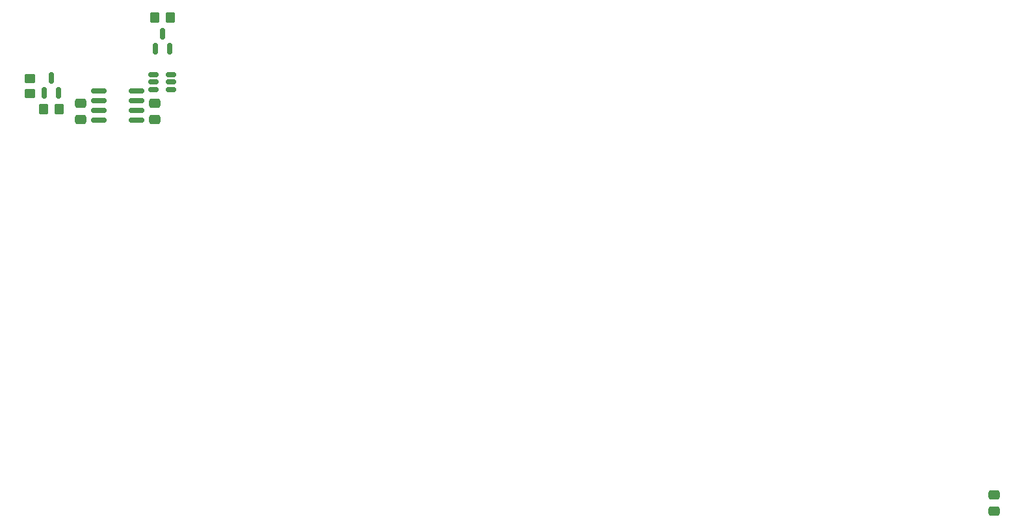
<source format=gbr>
%TF.GenerationSoftware,KiCad,Pcbnew,7.0.2-0*%
%TF.CreationDate,2024-09-02T09:38:27-07:00*%
%TF.ProjectId,CoPicoVision,436f5069-636f-4566-9973-696f6e2e6b69,0.1*%
%TF.SameCoordinates,Original*%
%TF.FileFunction,Paste,Top*%
%TF.FilePolarity,Positive*%
%FSLAX46Y46*%
G04 Gerber Fmt 4.6, Leading zero omitted, Abs format (unit mm)*
G04 Created by KiCad (PCBNEW 7.0.2-0) date 2024-09-02 09:38:27*
%MOMM*%
%LPD*%
G01*
G04 APERTURE LIST*
G04 Aperture macros list*
%AMRoundRect*
0 Rectangle with rounded corners*
0 $1 Rounding radius*
0 $2 $3 $4 $5 $6 $7 $8 $9 X,Y pos of 4 corners*
0 Add a 4 corners polygon primitive as box body*
4,1,4,$2,$3,$4,$5,$6,$7,$8,$9,$2,$3,0*
0 Add four circle primitives for the rounded corners*
1,1,$1+$1,$2,$3*
1,1,$1+$1,$4,$5*
1,1,$1+$1,$6,$7*
1,1,$1+$1,$8,$9*
0 Add four rect primitives between the rounded corners*
20,1,$1+$1,$2,$3,$4,$5,0*
20,1,$1+$1,$4,$5,$6,$7,0*
20,1,$1+$1,$6,$7,$8,$9,0*
20,1,$1+$1,$8,$9,$2,$3,0*%
G04 Aperture macros list end*
%ADD10RoundRect,0.150000X-0.825000X-0.150000X0.825000X-0.150000X0.825000X0.150000X-0.825000X0.150000X0*%
%ADD11RoundRect,0.250000X0.475000X-0.337500X0.475000X0.337500X-0.475000X0.337500X-0.475000X-0.337500X0*%
%ADD12RoundRect,0.150000X0.150000X-0.587500X0.150000X0.587500X-0.150000X0.587500X-0.150000X-0.587500X0*%
%ADD13RoundRect,0.250000X0.350000X0.450000X-0.350000X0.450000X-0.350000X-0.450000X0.350000X-0.450000X0*%
%ADD14RoundRect,0.150000X-0.512500X-0.150000X0.512500X-0.150000X0.512500X0.150000X-0.512500X0.150000X0*%
%ADD15RoundRect,0.250000X0.450000X-0.350000X0.450000X0.350000X-0.450000X0.350000X-0.450000X-0.350000X0*%
%ADD16RoundRect,0.250000X-0.475000X0.337500X-0.475000X-0.337500X0.475000X-0.337500X0.475000X0.337500X0*%
G04 APERTURE END LIST*
D10*
%TO.C,U104*%
X64967500Y-49149000D03*
X64967500Y-50419000D03*
X64967500Y-51689000D03*
X64967500Y-52959000D03*
X69917500Y-52959000D03*
X69917500Y-51689000D03*
X69917500Y-50419000D03*
X69917500Y-49149000D03*
%TD*%
D11*
%TO.C,C107*%
X72268500Y-52853500D03*
X72268500Y-50778500D03*
%TD*%
D12*
%TO.C,Q101*%
X72334500Y-43609500D03*
X74234500Y-43609500D03*
X73284500Y-41734500D03*
%TD*%
D13*
%TO.C,R103*%
X74284500Y-39624000D03*
X72284500Y-39624000D03*
%TD*%
D12*
%TO.C,D102*%
X57856500Y-49373000D03*
X59756500Y-49373000D03*
X58806500Y-47498000D03*
%TD*%
D13*
%TO.C,R102*%
X59806500Y-51562000D03*
X57806500Y-51562000D03*
%TD*%
D11*
%TO.C,C108*%
X181610000Y-103907500D03*
X181610000Y-101832500D03*
%TD*%
D14*
%TO.C,U105*%
X72147000Y-47056000D03*
X72147000Y-48006000D03*
X72147000Y-48956000D03*
X74422000Y-48956000D03*
X74422000Y-48006000D03*
X74422000Y-47056000D03*
%TD*%
D15*
%TO.C,R101*%
X56012500Y-49514000D03*
X56012500Y-47514000D03*
%TD*%
D16*
%TO.C,C106*%
X62616500Y-50778500D03*
X62616500Y-52853500D03*
%TD*%
M02*

</source>
